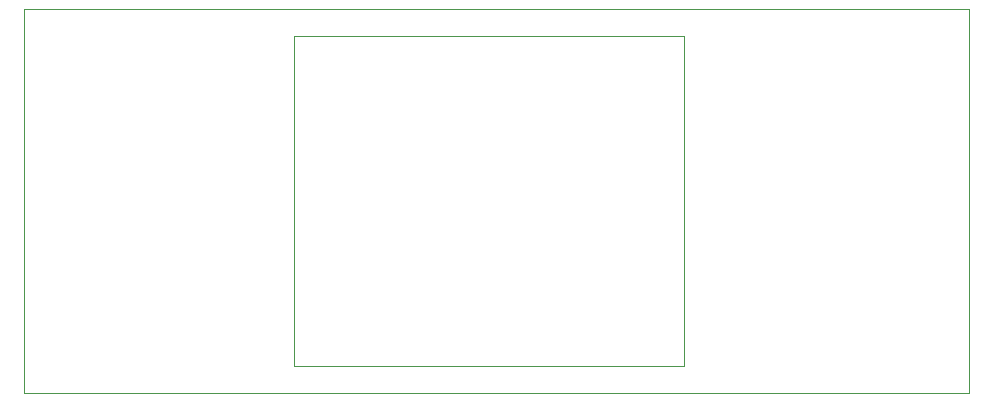
<source format=gbr>
G04 #@! TF.GenerationSoftware,KiCad,Pcbnew,5.1.5+dfsg1-2build2*
G04 #@! TF.CreationDate,2021-05-05T08:41:13-03:00*
G04 #@! TF.ProjectId,prototyping_buttons_daughterboard,70726f74-6f74-4797-9069-6e675f627574,rev?*
G04 #@! TF.SameCoordinates,Original*
G04 #@! TF.FileFunction,Profile,NP*
%FSLAX46Y46*%
G04 Gerber Fmt 4.6, Leading zero omitted, Abs format (unit mm)*
G04 Created by KiCad (PCBNEW 5.1.5+dfsg1-2build2) date 2021-05-05 08:41:13*
%MOMM*%
%LPD*%
G04 APERTURE LIST*
%ADD10C,0.100000*%
%ADD11C,0.050000*%
G04 APERTURE END LIST*
D10*
X123190000Y-49530000D02*
X123190000Y-77470000D01*
X90170000Y-49530000D02*
X123190000Y-49530000D01*
X90170000Y-77470000D02*
X90170000Y-49530000D01*
X123190000Y-77470000D02*
X90170000Y-77470000D01*
D11*
X67310000Y-79740000D02*
X67310000Y-47260000D01*
X147320000Y-79740000D02*
X67310000Y-79740000D01*
X147320000Y-47260000D02*
X147320000Y-79740000D01*
X67310000Y-47260000D02*
X147320000Y-47260000D01*
M02*

</source>
